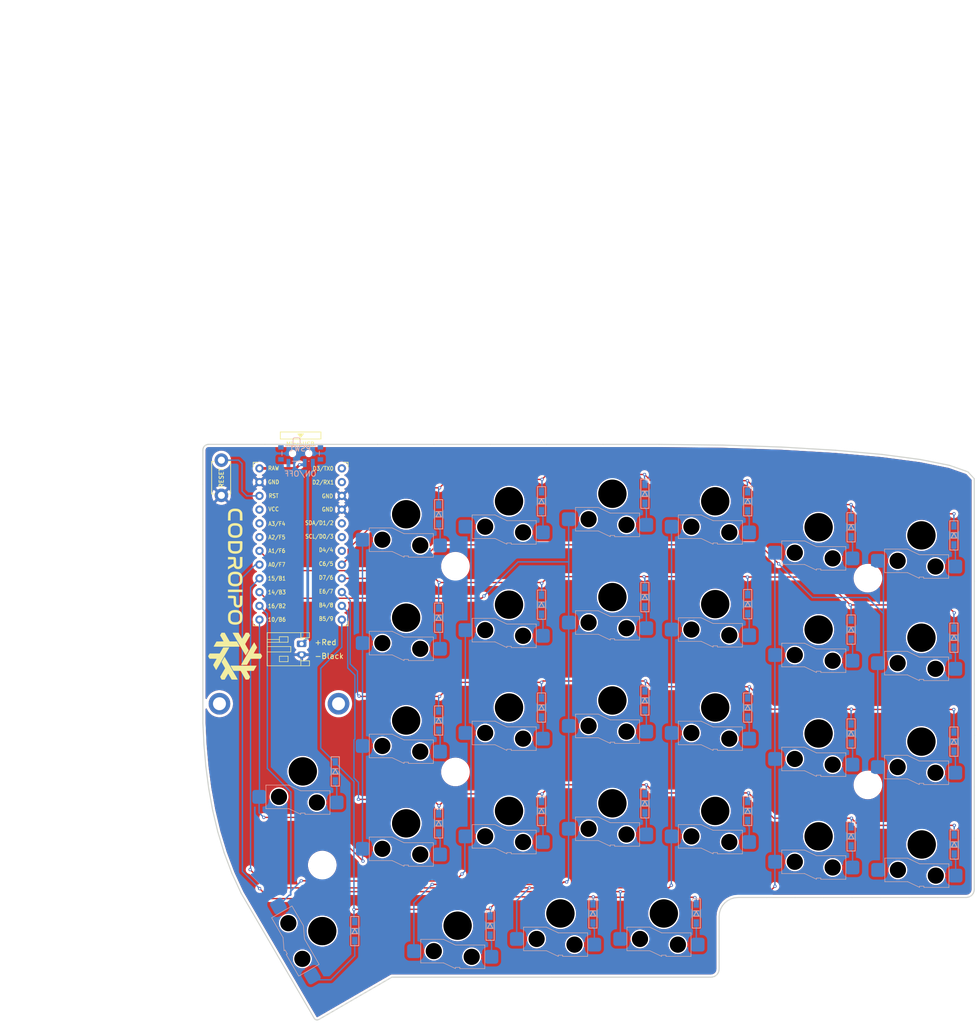
<source format=kicad_pcb>
(kicad_pcb (version 20221018) (generator pcbnew)
  (layers (0 "F.Cu" signal) (31 "B.Cu" signal) (34 "B.Paste" user) (35 "F.Paste" user) (36 "B.SilkS" user "B.Silkscreen") (37 "F.SilkS" user "F.Silkscreen") (38 "B.Mask" user) (39 "F.Mask" user) (44 "Edge.Cuts" user))
  (net 0 "")
  (net 1 "Net-(D1-A)")
  (net 2 "row4")
  (net 3 "Net-(D2-A)")
  (net 4 "Net-(D3-A)")
  (net 5 "row0")
  (net 6 "Net-(D4-A)")
  (net 7 "row1")
  (net 8 "Net-(D5-A)")
  (net 9 "row2")
  (net 10 "Net-(D6-A)")
  (net 11 "row3")
  (net 12 "Net-(D7-A)")
  (net 13 "Net-(D8-A)")
  (net 14 "Net-(D9-A)")
  (net 15 "Net-(D10-A)")
  (net 16 "Net-(D11-A)")
  (net 17 "Net-(D12-A)")
  (net 18 "Net-(D13-A)")
  (net 19 "Net-(D14-A)")
  (net 20 "Net-(D15-A)")
  (net 21 "Net-(D16-A)")
  (net 22 "Net-(D17-A)")
  (net 23 "Net-(D18-A)")
  (net 24 "Net-(D19-A)")
  (net 25 "Net-(D20-A)")
  (net 26 "Net-(D21-A)")
  (net 27 "Net-(D22-A)")
  (net 28 "Net-(D23-A)")
  (net 29 "Net-(D24-A)")
  (net 30 "Net-(D25-A)")
  (net 31 "Net-(D26-A)")
  (net 32 "Net-(D27-A)")
  (net 33 "Net-(D28-A)")
  (net 34 "VCC")
  (net 35 "GND")
  (net 36 "col0")
  (net 37 "col1")
  (net 38 "col2")
  (net 39 "col3")
  (net 40 "col4")
  (net 41 "col5")
  (net 42 "SDA")
  (net 43 "SCL")
  (net 44 "RESET")
  (net 45 "Net-(D29-A)")
  (net 46 "DATA")
  (net 48 "+BATT")
  (net 52 "raw")
  (net 53 "CS")
  (footprint "Lily58-footprint:HOLE_M2_TH" (layer "F.Cu") (at 129.6 59.6)
    (fp_text reference "TH3" hide)
    (fp_text value "HOLE" hide)
  )
  (footprint "Lily58-footprint:HOLE_M2_TH" (layer "F.Cu") (at 205.8 61.8)
    (fp_text reference "TH4" hide)
    (fp_text value "HOLE" hide)
  )
  (footprint "Lily58-footprint:HOLE_M2_TH" (layer "F.Cu") (at 129.6 97.6)
    (fp_text reference "TH5" hide)
    (fp_text value "HOLE" hide)
  )
  (footprint "Lily58-footprint:HOLE_M2_TH" (layer "F.Cu") (at 205.8 100)
    (fp_text reference "TH6" hide)
    (fp_text value "HOLE" hide)
  )
  (footprint "Lily58-footprint:HOLE_M2_TH" (layer "F.Cu") (at 105 114.8 90)
    (fp_text reference "TH7" hide)
    (fp_text value "HOLE" hide)
  )
  (footprint "kbd:ProMicro_v3" (layer "F.Cu") (at 101 56)
    (fp_text reference "U1" hide)
    (fp_text value "ProMicro" hide)
  )
  (footprint "Lily58-footprint:TACT_SWITCH_TVBP06" (layer "F.Cu") (at 86.36 43.255 90)
    (fp_text reference "RSW1" hide)
    (fp_text value "SW_RST" hide)
  )
  (footprint "beekeeb-lib:SW_Gateron_LowProfile_HotSwap" (layer "F.Cu") (at 120.5 50)
    (fp_text reference "SW1" hide)
    (fp_text value "SW_PUSH" hide)
  )
  (footprint "beekeeb-lib:SW_Gateron_LowProfile_HotSwap" (layer "F.Cu") (at 139.5 47.6)
    (fp_text reference "SW2" hide)
    (fp_text value "SW_PUSH" hide)
  )
  (footprint "beekeeb-lib:SW_Gateron_LowProfile_HotSwap" (layer "F.Cu") (at 158.6 46.21)
    (fp_text reference "SW3" hide)
    (fp_text value "SW_PUSH" hide)
  )
  (footprint "beekeeb-lib:SW_Gateron_LowProfile_HotSwap" (layer "F.Cu") (at 177.6 47.6)
    (fp_text reference "SW4" hide)
    (fp_text value "SW_PUSH" hide)
  )
  (footprint "beekeeb-lib:SW_Gateron_LowProfile_HotSwap" (layer "F.Cu") (at 196.7 52.4)
    (fp_text reference "SW5" hide)
    (fp_text value "SW_PUSH" hide)
  )
  (footprint "beekeeb-lib:SW_Gateron_LowProfile_HotSwap" (layer "F.Cu") (at 215.7 53.9)
    (fp_text reference "SW6" hide)
    (fp_text value "SW_PUSH" hide)
  )
  (footprint "beekeeb-lib:SW_Gateron_LowProfile_HotSwap" (layer "F.Cu") (at 120.5 69.1)
    (fp_text reference "SW7" hide)
    (fp_text value "SW_PUSH" hide)
  )
  (footprint "beekeeb-lib:SW_Gateron_LowProfile_HotSwap" (layer "F.Cu") (at 139.5 66.7)
    (fp_text reference "SW8" hide)
    (fp_text value "SW_PUSH" hide)
  )
  (footprint "beekeeb-lib:SW_Gateron_LowProfile_HotSwap" (layer "F.Cu") (at 158.6 65.3)
    (fp_text reference "SW9" hide)
    (fp_text value "SW_PUSH" hide)
  )
  (footprint "beekeeb-lib:SW_Gateron_LowProfile_HotSwap" (layer "F.Cu") (at 177.6 66.6)
    (fp_text reference "SW10" hide)
    (fp_text value "SW_PUSH" hide)
  )
  (footprint "beekeeb-lib:SW_Gateron_LowProfile_HotSwap" (layer "F.Cu") (at 196.7 71.3)
    (fp_text reference "SW11" hide)
    (fp_text value "SW_PUSH" hide)
  )
  (footprint "beekeeb-lib:SW_Gateron_LowProfile_HotSwap" (layer "F.Cu") (at 215.7 72.8)
    (fp_text reference "SW12" hide)
    (fp_text value "SW_PUSH" hide)
  )
  (footprint "beekeeb-lib:SW_Gateron_LowProfile_HotSwap" (layer "F.Cu") (at 120.5 88.1)
    (fp_text reference "SW13" hide)
    (fp_text value "SW_PUSH" hide)
  )
  (footprint "beekeeb-lib:SW_Gateron_LowProfile_HotSwap" (layer "F.Cu") (at 139.5 85.7)
    (fp_text reference "SW14" hide)
    (fp_text value "SW_PUSH" hide)
  )
  (footprint "beekeeb-lib:SW_Gateron_LowProfile_HotSwap" (layer "F.Cu") (at 158.6 84.4)
    (fp_text reference "SW15" hide)
    (fp_text value "SW_PUSH" hide)
  )
  (footprint "beekeeb-lib:SW_Gateron_LowProfile_HotSwap" (layer "F.Cu") (at 177.6 85.7)
    (fp_text reference "SW16" hide)
    (fp_text value "SW_PUSH" hide)
  )
  (footprint "beekeeb-lib:SW_Gateron_LowProfile_HotSwap" (layer "F.Cu") (at 196.7 90.5)
    (fp_text reference "SW17" hide)
    (fp_text value "SW_PUSH" hide)
  )
  (footprint "beekeeb-lib:SW_Gateron_LowProfile_HotSwap" (layer "F.Cu") (at 215.7 92)
    (fp_text reference "SW18" hide)
    (fp_text value "SW_PUSH" hide)
  )
  (footprint "beekeeb-lib:SW_Gateron_LowProfile_HotSwap" (layer "F.Cu") (at 120.5 107.1)
    (fp_text reference "SW19" hide)
    (fp_text value "SW_PUSH" hide)
  )
  (footprint "beekeeb-lib:SW_Gateron_LowProfile_HotSwap" (layer "F.Cu") (at 139.5 104.8)
    (fp_text reference "SW20" hide)
    (fp_text value "SW_PUSH" hide)
  )
  (footprint "beekeeb-lib:SW_Gateron_LowProfile_HotSwap" (layer "F.Cu") (at 158.6 103.4)
    (fp_text reference "SW21" hide)
    (fp_text value "SW_PUSH" hide)
  )
  (footprint "beekeeb-lib:SW_Gateron_LowProfile_HotSwap" (layer "F.Cu") (at 177.6 104.8)
    (fp_text reference "SW22" hide)
    (fp_text value "SW_PUSH" hide)
  )
  (footprint "beekeeb-lib:SW_Gateron_LowProfile_HotSwap" (layer "F.Cu") (at 196.7 109.5)
    (fp_text reference "SW23" hide)
    (fp_text value "SW_PUSH" hide)
  )
  (footprint "beekeeb-lib:SW_Gateron_LowProfile_HotSwap" (layer "F.Cu") (at 215.75 111)
    (fp_text reference "SW24" hide)
    (fp_text value "SW_PUSH" hide)
  )
  (footprint "beekeeb-lib:SW_Gateron_LowProfile_HotSwap" (layer "F.Cu") (at 101.4 97.5)
    (fp_text reference "SW25" hide)
    (fp_text value "SW_PUSH" hide)
  )
  (footprint "beekeeb-lib:SW_Gateron_LowProfile_HotSwap" (layer "F.Cu") (at 105 127 -60)
    (fp_text reference "SW26" hide)
    (fp_text value "SW_PUSH" hide)
  )
  (footprint "beekeeb-lib:SW_Gateron_LowProfile_HotSwap" (layer "F.Cu") (at 130 126)
    (fp_text reference "SW27" hide)
    (fp_text value "SW_PUSH" hide)
  )
  (footprint "beekeeb-lib:SW_Gateron_LowProfile_HotSwap" (layer "F.Cu") (at 149 123.75)
    (fp_text reference "SW28" hide)
    (fp_text value "SW_PUSH" hide)
  )
  (footprint "beekeeb-lib:SW_Gateron_LowProfile_HotSwap" (layer "F.Cu") (at 168.1 123.75)
    (fp_text reference "SW29" hide)
    (fp_text value "SW_PUSH" hide)
  )
  (footprint "Lily58-footprint:M2_HOLE_PCB" (layer "F.Cu") (at 86 85)
    (fp_text reference "TH1" hide)
    (fp_text value "HOLE")
  )
  (footprint "Lily58-footprint:M2_HOLE_PCB" (layer "F.Cu") (at 108 85)
    (fp_text reference "TH2" hide)
    (fp_text value "HOLE")
  )
  (footprint "LOGO" (layer "F.Cu") (at 88.9 59.69 -90)
    (fp_text reference "G***" hide)
    (fp_text value "LOGO" hide)
  )
  (footprint "Connector_JST:JST_PH_S2B-PH-K_1x02_P2.00mm_Horizontal" (layer "F.Cu") (at 101.1798 73.93 -90)
    (fp_text reference "BATJ1" hide)
    (fp_text value "Conn_01x02_Female")
  )
  (footprint "LOGO" (layer "F.Cu") (at 88.9 76.2)
    (fp_text reference "G***" hide)
    (fp_text value "LOGO" hide)
  )
  (footprint "kbd:D3_SMD_v2" (layer "B.Cu") (at 126.5 50 -90)
    (fp_text reference "D1" hide)
    (fp_text value "D" hide)
  )
  (footprint "kbd:D3_SMD_v2" (layer "B.Cu") (at 145.5 47.6 -90)
    (fp_text reference "D2" hide)
    (fp_text value "D" hide)
  )
  (footprint "kbd:D3_SMD_v2" (layer "B.Cu") (at 164.6 46.21 -90)
    (fp_text reference "D3" hide)
    (fp_text value "D" hide)
  )
  (footprint "kbd:D3_SMD_v2" (layer "B.Cu") (at 183.6 47.6 -90)
    (fp_text reference "D4" hide)
    (fp_text value "D" hide)
  )
  (footprint "kbd:D3_SMD_v2" (layer "B.Cu") (at 202.7 52.4 -90)
    (fp_text reference "D5" hide)
    (fp_text value "D" hide)
  )
  (footprint "kbd:D3_SMD_v2" (layer "B.Cu") (at 221.7 53.9 -90)
    (fp_text reference "D6" hide)
    (fp_text value "D" hide)
  )
  (footprint "kbd:D3_SMD_v2" (layer "B.Cu") (at 126.5 69.1 -90)
    (fp_text reference "D7" hide)
    (fp_text value "D" hide)
  )
  (footprint "kbd:D3_SMD_v2" (layer "B.Cu") (at 145.5 66.7 -90)
    (fp_text reference "D8" hide)
    (fp_text value "D" hide)
  )
  (footprint "kbd:D3_SMD_v2" (layer "B.Cu") (at 164.6 65.3 -90)
    (fp_text reference "D9" hide)
    (fp_text value "D" hide)
  )
  (footprint "kbd:D3_SMD_v2" (layer "B.Cu") (at 183.6 66.6 -90)
    (fp_text reference "D10" hide)
    (fp_text value "D" hide)
  )
  (footprint "kbd:D3_SMD_v2" (layer "B.Cu") (at 202.7 71.3 -90)
    (fp_text reference "D11" hide)
    (fp_text value "D" hide)
  )
  (footprint "kbd:D3_SMD_v2" (layer "B.Cu") (at 221.7 72.8 -90)
    (fp_text reference "D12" hide)
    (fp_text value "D" hide)
  )
  (footprint "kbd:D3_SMD_v2" (layer "B.Cu") (at 126.5 88.1 -90)
    (fp_text reference "D13" hide)
    (fp_text value "D" hide)
  )
  (footprint "kbd:D3_SMD_v2" (layer "B.Cu") (at 145.5 85.7 -90)
    (fp_text reference "D14" hide)
    (fp_text value "D" hide)
  )
  (footprint "kbd:D3_SMD_v2" (layer "B.Cu") (at 164.6 84.4 -90)
    (fp_text reference "D15" hide)
    (fp_text value "D" hide)
  )
  (footprint "kbd:D3_SMD_v2" (layer "B.Cu") (at 183.6 85.7 -90)
    (fp_text reference "D16" hide)
    (fp_text value "D" hide)
  )
  (footprint "kbd:D3_SMD_v2" (layer "B.Cu") (at 202.7 90.5 -90)
    (fp_text reference "D17" hide)
    (fp_text value "D" hide)
  )
  (footprint "kbd:D3_SMD_v2" (layer "B.Cu") (at 221.7 92 -90)
    (fp_text reference "D18" hide)
    (fp_text value "D" hide)
  )
  (footprint "kbd:D3_SMD_v2" (layer "B.Cu") (at 126.5 107.1 -90)
    (fp_text reference "D19" hide)
    (fp_text value "D" hide)
  )
  (footprint "kbd:D3_SMD_v2" (layer "B.Cu") (at 145.5 104.8 -90)
    (fp_text reference "D20" hide)
    (fp_text value "D" hide)
  )
  (footprint "kbd:D3_SMD_v2" (layer "B.Cu") (at 164.6 103.4 -90)
    (fp_text reference "D21" hide)
    (fp_text value "D" hide)
  )
  (footprint "kbd:D3_SMD_v2" (layer "B.Cu") (at 183.6 104.8 -90)
    (fp_text reference "D22" hide)
    (fp_text value "D" hide)
  )
  (footprint "kbd:D3_SMD_v2" (layer "B.Cu") (at 202.7 109.5 -90)
    (fp_text reference "D23" hide)
    (fp_text value "D" hide)
  )
  (footprint "kbd:D3_SMD_v2" (layer "B.Cu") (at 221.75 111 -90)
    (fp_text reference "D24" hide)
    (fp_text value "D" hide)
  )
  (footprint "kbd:D3_SMD_v2" (layer "B.Cu") (at 107.4 97.5 -90)
    (fp_text reference "D25" hide)
    (fp_text value "D" hide)
  )
  (footprint "kbd:D3_SMD_v2" (layer "B.Cu") (at 111 127 -90)
    (fp_text reference "D26" hide)
    (fp_text value "D" hide)
  )
  (footprint "kbd:D3_SMD_v2" (layer "B.Cu") (at 136 126 -90)
    (fp_text reference "D27" hide)
    (fp_text value "D" hide)
  )
  (footprint "kbd:D3_SMD_v2" (layer "B.Cu") (at 155 123.75 -90)
    (fp_text reference "D28" hide)
    (fp_text value "D" hide)
  )
  (footprint "kbd:D3_SMD_v2" (layer "B.Cu") (at 174.1 123.75 -90)
    (fp_text reference "D29" hide)
    (fp_text value "D" hide)
  )
  (footprint "Button_Switch_SMD:SW_SPDT_PCM12" (layer "B.Cu") (at 101 39.083)
    (fp_text reference "PSW1")
    (fp_text value "SW_SPST")
  )
  (gr_line (start 94.396044 37.086762) (end 83.98821 37.086762) (stroke (width 0.2)) (layer "Edge.Cuts"))
  (gr_line (start 224.262495 120.759288) (end 223.959999 120.789735) (stroke (width 0.2)) (layer "Edge.Cuts"))
  (gr_line (start 109.483841 140.36134) (end 111.159536 139.391201) (stroke (width 0.2)) (layer "Edge.Cuts"))
  (gr_line (start 83.776462 37.108075) (end 83.98821 37.086762) (stroke (width 0.2)) (layer "Edge.Cuts"))
  (gr_line (start 178.319348 131.597973) (end 178.319348 132.816013) (stroke (width 0.2)) (layer "Edge.Cuts"))
  (gr_line (start 111.159536 139.391201) (end 112.83523 138.421062) (stroke (width 0.2)) (layer "Edge.Cuts"))
  (gr_line (start 178.319348 126.725814) (end 178.319348 127.943854) (stroke (width 0.2)) (layer "Edge.Cuts"))
  (gr_line (start 89.992869 119.988423) (end 91.668563 122.854742) (stroke (width 0.2)) (layer "Edge.Cuts"))
  (gr_line (start 187.086929 120.789735) (end 192.354511 120.789735) (stroke (width 0.2)) (layer "Edge.Cuts"))
  (gr_line (start 83.24557 37.394123) (end 83.400937 37.265961) (stroke (width 0.2)) (layer "Edge.Cuts"))
  (gr_line (start 197.622092 120.789735) (end 202.889673 120.789735) (stroke (width 0.2)) (layer "Edge.Cuts"))
  (gr_line (start 189.919538 37.585374) (end 178.989563 37.215654) (stroke (width 0.2)) (layer "Edge.Cuts"))
  (gr_line (start 104.288864 143.357278) (end 104.456758 143.271756) (stroke (width 0.2)) (layer "Edge.Cuts"))
  (gr_line (start 82.937528 82.285296) (end 82.937528 75.978362) (stroke (width 0.2)) (layer "Edge.Cuts"))
  (gr_line (start 146.435213 37.086762) (end 136.027379 37.086762) (stroke (width 0.2)) (layer "Edge.Cuts"))
  (gr_line (start 181.113524 120.860778) (end 181.819348 120.789735) (stroke (width 0.2)) (layer "Edge.Cuts"))
  (gr_line (start 104.130206 143.404468) (end 104.288864 143.357278) (stroke (width 0.2)) (layer "Edge.Cuts"))
  (gr_line (start 225.46 43.436755) (end 224.278471 42.15619) (stroke (width 0.2)) (layer "Edge.Cuts"))
  (gr_line (start 180.456326 121.064561) (end 181.113524 120.860778) (stroke (width 0.2)) (layer "Edge.Cuts"))
  (gr_line (start 179.861773 121.387065) (end 180.456326 121.064561) (stroke (width 0.2)) (layer "Edge.Cuts"))
  (gr_line (start 106.132452 142.301617) (end 107.808147 141.331479) (stroke (width 0.2)) (layer "Edge.Cuts"))
  (gr_line (start 117.863173 135.511658) (end 125.232695 135.511658) (stroke (width 0.2)) (layer "Edge.Cuts"))
  (gr_line (start 83.117409 37.549489) (end 83.24557 37.394123) (stroke (width 0.2)) (layer "Edge.Cuts"))
  (gr_line (start 225.020912 120.350648) (end 224.79896 120.533736) (stroke (width 0.2)) (layer "Edge.Cuts"))
  (gr_line (start 178.319348 134.011658) (end 178.288901 134.314154) (stroke (width 0.2)) (layer "Edge.Cuts"))
  (gr_line (start 83.579303 37.16921) (end 83.776462 37.108075) (stroke (width 0.2)) (layer "Edge.Cuts"))
  (gr_line (start 147.34126 135.511658) (end 154.710782 135.511658) (stroke (width 0.2)) (layer "Edge.Cuts"))
  (gr_line (start 213.424836 120.789735) (end 218.692418 120.789735) (stroke (width 0.2)) (layer "Edge.Cuts"))
  (gr_line (start 225.46 109.808112) (end 225.46 119.289735) (stroke (width 0.2)) (layer "Edge.Cuts"))
  (gr_line (start 224.544152 120.671952) (end 224.262495 120.759288) (stroke (width 0.2)) (layer "Edge.Cuts"))
  (gr_line (start 91.668563 122.854742) (end 93.344258 125.721062) (stroke (width 0.2)) (layer "Edge.Cuts"))
  (gr_line (start 225.459999 119.289735) (end 225.429552 119.592231) (stroke (width 0.2)) (layer "Edge.Cuts"))
  (gr_line (start 224.278471 42.15619) (end 220.889319 40.963847) (stroke (width 0.2)) (layer "Edge.Cuts"))
  (gr_line (start 225.46 52.918378) (end 225.46 62.4) (stroke (width 0.2)) (layer "Edge.Cuts"))
  (gr_line (start 177.4035 135.393876) (end 177.121844 135.481211) (stroke (width 0.2)) (layer "Edge.Cuts"))
  (gr_line (start 82.937528 44.443695) (end 82.937528 38.136762) (stroke (width 0.2)) (layer "Edge.Cuts"))
  (gr_line (start 125.619545 37.086762) (end 115.211711 37.086762) (stroke (width 0.2)) (layer "Edge.Cuts"))
  (gr_line (start 178.288901 134.314154) (end 178.201565 134.59581) (stroke (width 0.2)) (layer "Edge.Cuts"))
  (gr_line (start 167.250881 37.086762) (end 156.843047 37.086762) (stroke (width 0.2)) (layer "Edge.Cuts"))
  (gr_line (start 177.880261 135.072571) (end 177.658308 135.25566) (stroke (width 0.2)) (layer "Edge.Cuts"))
  (gr_line (start 169.449826 135.511658) (end 176.819348 135.511658) (stroke (width 0.2)) (layer "Edge.Cuts"))
  (gr_line (start 136.027379 37.086762) (end 125.619545 37.086762) (stroke (width 0.2)) (layer "Edge.Cuts"))
  (gr_line (start 156.843047 37.086762) (end 146.435213 37.086762) (stroke (width 0.2)) (layer "Edge.Cuts"))
  (gr_line (start 178.201565 134.59581) (end 178.063349 134.850619) (stroke (width 0.2)) (layer "Edge.Cuts"))
  (gr_line (start 107.808147 141.331479) (end 109.483841 140.36134) (stroke (width 0.2)) (layer "Edge.Cuts"))
  (gr_line (start 83.490297 96.657663) (end 84.020972 100.690825) (stroke (width 0.2)) (layer "Edge.Cuts"))
  (gr_line (start 215.525697 39.885159) (end 208.420758 38.945561) (stroke (width 0.2)) (layer "Edge.Cuts"))
  (gr_line (start 114.510925 137.450923) (end 116.186619 136.480784) (stroke (width 0.2)) (layer "Edge.Cuts"))
  (gr_line (start 82.937528 63.364495) (end 82.937528 57.057562) (stroke (width 0.2)) (layer "Edge.Cuts"))
  (gr_line (start 181.819348 120.789735) (end 187.086929 120.789735) (stroke (width 0.2)) (layer "Edge.Cuts"))
  (gr_line (start 178.319348 132.816013) (end 178.319348 134.011658) (stroke (width 0.2)) (layer "Edge.Cuts"))
  (gr_line (start 225.46 43.436755) (end 225.46 52.918378) (stroke (width 0.2)) (layer "Edge.Cuts"))
  (gr_line (start 115.211711 37.086762) (end 104.803877 37.086762) (stroke (width 0.2)) (layer "Edge.Cuts"))
  (gr_line (start 225.46 71.881623) (end 225.46 81.363245) (stroke (width 0.2)) (layer "Edge.Cuts"))
  (gr_line (start 112.83523 138.421062) (end 114.510925 137.450923) (stroke (width 0.2)) (layer "Edge.Cuts"))
  (gr_line (start 178.916678 122.33216) (end 179.343884 121.814271) (stroke (width 0.2)) (layer "Edge.Cuts"))
  (gr_line (start 82.937528 75.978362) (end 82.937528 69.671429) (stroke (width 0.2)) (layer "Edge.Cuts"))
  (gr_line (start 225.429552 119.592231) (end 225.342217 119.873887) (stroke (width 0.2)) (layer "Edge.Cuts"))
  (gr_line (start 83.020657 37.727855) (end 83.117409 37.549489) (stroke (width 0.2)) (layer "Edge.Cuts"))
  (gr_line (start 95.019952 128.587381) (end 96.695647 131.453701) (stroke (width 0.2)) (layer "Edge.Cuts"))
  (gr_line (start 98.371341 134.32002) (end 100.047036 137.18634) (stroke (width 0.2)) (layer "Edge.Cuts"))
  (gr_line (start 104.803877 37.086762) (end 94.396044 37.086762) (stroke (width 0.2)) (layer "Edge.Cuts"))
  (gr_line (start 139.971738 135.511658) (end 147.34126 135.511658) (stroke (width 0.2)) (layer "Edge.Cuts"))
  (gr_line (start 178.390391 123.583911) (end 178.594174 122.926713) (stroke (width 0.2)) (layer "Edge.Cuts"))
  (gr_line (start 225.46 62.4) (end 225.46 71.881623) (stroke (width 0.2)) (layer "Edge.Cuts"))
  (gr_line (start 178.063349 134.850619) (end 177.880261 135.072571) (stroke (width 0.2)) (layer "Edge.Cuts"))
  (gr_line (start 93.344258 125.721062) (end 95.019952 128.587381) (stroke (width 0.2)) (layer "Edge.Cuts"))
  (gr_line (start 178.319348 124.289735) (end 178.319348 125.507775) (stroke (width 0.2)) (layer "Edge.Cuts"))
  (gr_line (start 84.747083 104.695246) (end 85.688004 108.649127) (stroke (width 0.2)) (layer "Edge.Cuts"))
  (gr_line (start 224.79896 120.533736) (end 224.544152 120.671952) (stroke (width 0.2)) (layer "Edge.Cuts"))
  (gr_line (start 202.889673 120.789735) (end 208.157255 120.789735) (stroke (width 0.2)) (layer "Edge.Cuts"))
  (gr_line (start 178.319348 129.161894) (end 178.319348 130.379933) (stroke (width 0.2)) (layer "Edge.Cuts"))
  (gr_line (start 103.84247 143.386445) (end 103.981252 143.413974) (stroke (width 0.2)) (layer "Edge.Cuts"))
  (gr_line (start 208.420758 38.945561) (end 199.807654 38.170488) (stroke (width 0.2)) (layer "Edge.Cuts"))
  (gr_line (start 225.204001 120.128696) (end 225.020912 120.350648) (stroke (width 0.2)) (layer "Edge.Cuts"))
  (gr_line (start 103.491837 143.08815) (end 103.597295 143.222884) (stroke (width 0.2)) (layer "Edge.Cuts"))
  (gr_line (start 83.400937 37.265961) (end 83.579303 37.16921) (stroke (width 0.2)) (layer "Edge.Cuts"))
  (gr_line (start 162.080304 135.511658) (end 169.449826 135.511658) (stroke (width 0.2)) (layer "Edge.Cuts"))
  (gr_line (start 104.456758 143.271756) (end 106.132452 142.301617) (stroke (width 0.2)) (layer "Edge.Cuts"))
  (gr_line (start 199.807654 38.170488) (end 189.919538 37.585374) (stroke (width 0.2)) (layer "Edge.Cuts"))
  (gr_line (start 225.342217 119.873887) (end 225.204001 120.128696) (stroke (width 0.2)) (layer "Edge.Cuts"))
  (gr_line (start 84.020972 100.690825) (end 84.747083 104.695246) (stroke (width 0.2)) (layer "Edge.Cuts"))
  (gr_line (start 218.692418 120.789735) (end 223.959999 120.789735) (stroke (width 0.2)) (layer "Edge.Cuts"))
  (gr_line (start 100.047036 137.18634) (end 101.72273 140.052659) (stroke (width 0.2)) (layer "Edge.Cuts"))
  (gr_line (start 116.186619 136.480784) (end 117.862313 135.510645) (stroke (width 0.2)) (layer "Edge.Cuts"))
  (gr_line (start 220.889319 40.963847) (end 215.525697 39.885159) (stroke (width 0.2)) (layer "Edge.Cuts"))
  (gr_line (start 96.695647 131.453701) (end 98.371341 134.32002) (stroke (width 0.2)) (layer "Edge.Cuts"))
  (gr_line (start 225.46 81.363245) (end 225.46 90.844867) (stroke (width 0.2)) (layer "Edge.Cuts"))
  (gr_line (start 178.319348 125.507775) (end 178.319348 126.725814) (stroke (width 0.2)) (layer "Edge.Cuts"))
  (gr_line (start 82.959523 37.925015) (end 83.020657 37.727855) (stroke (width 0.2)) (layer "Edge.Cuts"))
  (gr_line (start 85.688004 108.649127) (end 86.863105 112.53067) (stroke (width 0.2)) (layer "Edge.Cuts"))
  (gr_line (start 178.594174 122.926713) (end 178.916678 122.33216) (stroke (width 0.2)) (layer "Edge.Cuts"))
  (gr_line (start 192.354511 120.789735) (end 197.622092 120.789735) (stroke (width 0.2)) (layer "Edge.Cuts"))
  (gr_line (start 103.398425 142.918979) (end 103.491837 143.08815) (stroke (width 0.2)) (layer "Edge.Cuts"))
  (gr_line (start 82.93821 38.136762) (end 82.959523 37.925015) (stroke (width 0.2)) (layer "Edge.Cuts"))
  (gr_line (start 88.291758 116.318073) (end 89.993333 119.98954) (stroke (width 0.2)) (layer "Edge.Cuts"))
  (gr_line (start 83.13569 92.617561) (end 83.490297 96.657663) (stroke (width 0.2)) (layer "Edge.Cuts"))
  (gr_line (start 178.319348 124.289735) (end 178.390391 123.583911) (stroke (width 0.2)) (layer "Edge.Cuts"))
  (gr_line (start 177.658308 135.25566) (end 177.4035 135.393876) (stroke (width 0.2)) (layer "Edge.Cuts"))
  (gr_line (start 82.937528 69.671429) (end 82.937528 63.364495) (stroke (width 0.2)) (layer "Edge.Cuts"))
  (gr_line (start 82.937528 57.057562) (end 82.937528 50.750629) (stroke (width 0.2)) (layer "Edge.Cuts"))
  (gr_line (start 101.72273 140.052659) (end 103.398425 142.918979) (stroke (width 0.2)) (layer "Edge.Cuts"))
  (gr_line (start 103.597295 143.222884) (end 103.714328 143.322532) (stroke (width 0.2)) (layer "Edge.Cuts"))
  (gr_line (start 178.319348 127.943854) (end 178.319348 129.161894) (stroke (width 0.2)) (layer "Edge.Cuts"))
  (gr_line (start 225.46 100.32649) (end 225.46 109.808112) (stroke (width 0.2)) (layer "Edge.Cuts"))
  (gr_line (start 82.937528 88.592229) (end 82.937528 82.285296) (stroke (width 0.2)) (layer "Edge.Cuts"))
  (gr_line (start 178.319348 130.379933) (end 178.319348 131.597973) (stroke (width 0.2)) (layer "Edge.Cuts"))
  (gr_line (start 103.714328 143.322532) (end 103.84247 143.386445) (stroke (width 0.2)) (layer "Edge.Cuts"))
  (gr_line (start 178.989563 37.215654) (end 167.250881 37.086762) (stroke (width 0.2)) (layer "Edge.Cuts"))
  (gr_line (start 82.937528 50.750629) (end 82.937528 44.443695) (stroke (width 0.2)) (layer "Edge.Cuts"))
  (gr_line (start 179.343884 121.814271) (end 179.861773 121.387065) (stroke (width 0.2)) (layer "Edge.Cuts"))
  (gr_line (start 208.157255 120.789735) (end 213.424836 120.789735) (stroke (width 0.2)) (layer "Edge.Cuts"))
  (gr_line (start 132.602217 135.511658) (end 139.971738 135.511658) (stroke (width 0.2)) (layer "Edge.Cuts"))
  (gr_line (start 154.710782 135.511658) (end 162.080304 135.511658) (stroke (width 0.2)) (layer "Edge.Cuts"))
  (gr_line (start 125.232695 135.511658) (end 132.602217 135.511658) (stroke (width 0.2)) (layer "Edge.Cuts"))
  (gr_line (start 225.46 90.844867) (end 225.46 100.32649) (stroke (width 0.2)) (layer "Edge.Cuts"))
  (gr_line (start 177.121844 135.481211) (end 176.819348 135.511658) (stroke (width 0.2)) (layer "Edge.Cuts"))
  (gr_line (start 82.937777 88.592317) (end 83.13569 92.617561) (stroke (width 0.2)) (layer "Edge.Cuts"))
  (gr_line (start 103.981252 143.413974) (end 104.130206 143.404468) (stroke (width 0.2)) (layer "Edge.Cuts"))
  (gr_line (start 86.863105 112.53067) (end 88.291758 116.318073) (stroke (width 0.2)) (layer "Edge.Cuts"))
  (gr_text "ON/OFF" (at 103.9876 42.5196) (layer "B.SilkS") (effects (font (size 1 1)) (justify left mirror)))
  (gr_text "-Black" (at 103.505 76.2) (layer "F.SilkS") (effects (font (size 1 1)) (justify left)))
  (gr_text "+Red" (at 103.505 73.66) (layer "F.SilkS") (effects (font (size 1 1)) (justify left)))
  (segment (start 126.775 52.9019) (end 126.775 55.75) (width 0.25) (layer "B.Cu") (net 1))
  (segment (start 126.5 51.6) (end 126.5 52.6269) (width 0.25) (layer "B.Cu") (net 1))
  (segment (start 126.5 52.6269) (end 126.775 52.9019) (width 0.25) (layer "B.Cu") (net 1))
  (segment (start 155.142 120.75) (end 155.067 120.675) (width 0.25) (layer "F.Cu") (net 2))
  (segment (start 138.125 120.675) (end 136.068 122.733) (width 0.25) (layer "F.Cu") (net 2))
  (segment (start 136.068 122.733) (end 135.824 122.977) (width 0.25) (layer "F.Cu") (net 2))
  (segment (start 173.785 120.75) (end 155.142 120.75) (width 0.25) (layer "F.Cu") (net 2))
  (segment (start 110.885 122.977) (end 110.85 123.012) (width 0.25) (layer "F.Cu") (net 2))
  (segment (start 155.067 120.675) (end 138.125 120.675) (width 0.25) (layer "F.Cu") (net 2))
  (segment (start 135.824 122.977) (end 110.885 122.977) (width 0.25) (layer "F.Cu") (net 2))
  (segment (start 173.838 120.802) (end 173.785 120.75) (width 0.25) (layer "F.Cu") (net 2))
  (via (at 110.85 123.012) (size 0.6) (drill 0.3) (layers "F.Cu" "B.Cu") (net 2))
  (via (at 136.068 122.733) (size 0.6) (drill 0.3) (layers "F.Cu" "B.Cu") (net 2))
  (via (at 155.067 120.675) (size 0.6) (drill 0.3) (layers "F.Cu" "B.Cu") (net 2))
  (via (at 173.838 120.802) (size 0.6) (drill 0.3) (layers "F.Cu" "B.Cu") (net 2))
  (segment (start 108.611 71.5364) (end 108.6114 71.536) (width 0.25) (layer "B.Cu") (net 2))
  (segment (start 174.1 121.065) (end 173.838 120.802) (width 0.25) (layer "B.Cu") (net 2))
  (segment (start 104.724 93.2242) (end 104.724 78.4352) (width 0.25) (layer "B.Cu") (net 2))
  (segment (start 110.85 99.35) (end 107.4 95.9) (width 0.25) (layer "B.Cu") (net 2))
  (segment (start 110.85 125.25) (end 110.85 123.012) (width 0.25) (layer "B.Cu") (net 2))
  (segment (start 155.067 120.675) (end 155.067 122.083) (width 0.25) (layer "B.Cu") (net 2))
  (segment (start 108.611 71.5364) (end 108.611 69.462) (width 0.25) (layer "B.Cu") (net 2))
  (segment (start 110.85 123.012) (end 110.85 99.35) (width 0.25) (layer "B.Cu") (net 2))
  (segment (start 174.1 122.15) (end 174.1 121.065) (width 0.25) (layer "B.Cu") (net 2))
  (segment (start 111 125.4) (end 110.85 125.25) (width 0.25) (layer "B.Cu") (net 2))
  (segment (start 155.067 122.083) (end 155 122.15) (width 0.25) (layer "B.Cu") (net 2))
  (segment (start 136.068 124.332) (end 136 124.4) (width 0.25) (layer "B.Cu") (net 2))
  (segment (start 107.4 95.9) (end 104.724 93.2242) (width 0.25) (layer "B.Cu") (net 2))
  (segment (start 136.068 122.733) (end 136.068 124.332) (width 0.25) (layer "B.Cu") (net 2))
  (segment (start 108.6114 71.536) (end 108.6114 69.462) (width 0.25) (layer "B.Cu") (net 2))
  (segment (start 104.724 78.4352) (end 108.611 74.548) (width 0.25) (layer "B.Cu") (net 2))
  (segment (start 108.611 74.548) (end 108.611 71.5364) (width 0.25) (layer "B.Cu") (net 2))
  (segment (start 145.775 50.5019) (end 145.775 53.35) (width 0.25) (layer "B.Cu") (net 3))
  (segment (start 145.5 50.2269) (end 145.775 50.5019) (width 0.25) (layer "B.Cu") (net 3))
  (segment (start 145.5 49.2) (end 145.5 50.2269) (width 0.25) (layer "B.Cu") (net 3))
  (segment (start 164.6 47.81) (end 164.6 48.8369) (width 0.25) (layer "B.Cu") (net 4))
  (segment (start 164.875 49.1119) (end 164.875 51.96) (width 0.25) (layer "B.Cu") (net 4))
  (segment (start 164.6 48.8369) (end 164.875 49.1119) (width 0.25) (layer "B.Cu") (net 4))
  (segment (start 108.6114 59.3019) (end 108.6114 59.302) (width 0.25) (layer "F.Cu") (net 5))
  (segment (start 109.779 58.1346) (end 109.195 58.7183) (width 0.25) (layer "F.Cu") (net 5))
  (segment (start 165.684 43.7896) (end 164.541 42.6466) (width 0.25) (layer "F.Cu") (net 5))
  (segment (start 204.394 49.911) (end 202.692 48.2092) (width 0.25) (layer "F.Cu") (net 5))
  (segment (start 121.147 45.1104) (end 109.779 56.4786) (width 0.25) (layer "F.Cu") (net 5))
  (segment (start 145.593 43.561) (end 128.219 43.561) (width 0.25) (layer "F.Cu") (net 5))
  (segment (start 187.96 48.2092) (end 183.54 43.7896) (width 0.25) (layer "F.Cu") (net 5))
  (segment (start 146.507 42.6466) (end 145.593 43.561) (width 0.25) (layer "F.Cu") (net 5))
  (segment (start 128.219 43.561) (end 126.67 45.1104) (width 0.25) (layer "F.Cu") (net 5))
  (segment (start 109.779 56.4786) (end 109.779 58.1346) (width 0.25) (layer "F.Cu") (net 5))
  (segment (start 164.541 42.6466) (end 146.507 42.6466) (width 0.25) (layer "F.Cu") (net 5))
  (segment (start 183.54 43.7896) (end 165.684 43.7896) (width 0.25) (layer "F.Cu") (net 5))
  (segment (start 126.67 45.1104) (end 121.147 45.1104) (width 0.25) (layer "F.Cu") (net 5))
  (segment (start 109.195 58.7183) (end 108.6114 59.3019) (width 0.25) (layer "F.Cu") (net 5))
  (segment (start 221.717 49.911) (end 204.394 49.911) (width 0.25) (layer "F.Cu") (net 5))
  (segment (start 109.195 58.7183) (end 108.611 59.302) (width 0.25) (layer "F.Cu") (net 5))
  (segment (start 202.692 48.2092) (end 187.96 48.2092) (width 0.25) (layer "F.Cu") (net 5))
  (via (at 183.54 43.7896) (size 0.6) (drill 0.3) (layers "F.Cu" "B.Cu") (net 5))
  (via (at 164.541 42.6466) (size 0.6) (drill 0.3) (layers "F.Cu" "B.Cu") (net 5))
  (via (at 126.67 45.1104) (size 0.6) (drill 0.3) (layers "F.Cu" "B.Cu") (net 5))
  (via (at 202.692 48.2092) (size 0.6) (drill 0.3) (layers "F.Cu" "B.Cu") (net 5))
  (via (at 145.593 43.561) (size 0.6) (drill 0.3) (layers "F.Cu" "B.Cu") (net 5))
  (via (at 221.717 49.911) (size 0.6) (drill 0.3) (layers "F.Cu" "B.Cu") (net 5))
  (segment (start 164.541 44.5512) (end 164.6 44.61) (width 0.25) (layer "B.Cu") (net 5))
  (segment (start 183.54 43.7896) (end 183.54 45.9404) (width 0.25) (layer "B.Cu") (net 5))
  (segment (start 221.7 49.9276) (end 221.717 49.911) (width 0.25) (layer "B.Cu") (net 5))
  (segment (start 202.692 48.2092) (end 202.7 48.2172) (width 0.25) (layer "B.Cu") (net 5))
  (segment (start 126.5 45.2802) (end 126.5 48.4) (width 0.25) (layer "B.Cu") (net 5))
  (segment (start 145.593 43.561) (end 145.593 45.9072) (width 0.25) (layer "B.Cu") (net 5))
  (segment (start 183.54 45.9404) (end 183.6 46) (width 0.25) (layer "B.Cu") (net 5))
  (segment (start 164.541 42.6466) (end 164.541 44.5512) (width 0.25) (layer "B.Cu") (net 5))
  (segment (start 202.7 48.2172) (end 202.7 50.8) (width 0.25) (layer "B.Cu") (net 5))
  (segment (start 126.67 45.1104) (end 126.5 45.2802) (width 0.25) (layer "B.Cu") (net 5))
  (segment (start 221.7 52.3) (end 221.7 49.9276) (width 0.25) (layer "B.Cu") (net 5))
  (segment (start 145.593 45.9072) (end 145.5 46) (width 0.25) (layer "B.Cu") (net 5))
  (segment (start 183.6 49.2) (end 183.6 50.2269) (width 0.25) (layer "B.Cu") (net 6))
  (segment (start 183.6 50.2269) (end 183.875 50.5019) (width 0.25) (layer "B.Cu") (net 6))
  (segment (start 183.875 50.5019) (end 183.875 53.35) (width 0.25) (layer "B.Cu") (net 6))
  (segment (start 145.415 62.611) (end 145.542 62.738) (width 0.25) (layer "F.Cu") (net 7))
  (segment (start 220.32 66.7512) (end 221.767 68.199) (width 0.25) (layer "F.Cu") (net 7))
  (segment (start 202.54 66.7512) (end 220.32 66.7512) (width 0.25) (layer "F.Cu") (net 7))
  (segment (start 146.761 61.5188) (end 164.44 61.5188) (width 0.25) (layer "F.Cu") (net 7))
  (segment (start 183.54 61.595) (end 197.383 61.595) (width 0.25) (layer "F.Cu") (net 7))
  (segment (start 197.383 61.595) (end 202.54 66.7512) (width 0.25) (layer "F.Cu") (net 7))
  (segment (start 108.611 61.842) (end 108.6114 61.842) (width 0.25) (layer "F.Cu") (net 7))
  (segment (start 145.542 62.738) (end 146.761 61.5188) (width 0.25) (layer "F.Cu") (net 7))
  (segment (start 108.6114 61.842) (end 125.825 61.842) (width 0.25) (layer "F.Cu") (net 7))
  (segment (start 164.44 61.5188) (end 183.464 61.5188) (width 0.25) (layer "F.Cu") (net 7))
  (segment (start 126.594 62.611) (end 145.415 62.611) (width 0.25) (layer "F.Cu") (net 7))
  (segment (start 125.825 61.842) (end 126.594 62.611) (width 0.25) (layer "F.Cu") (net 7))
  (segment (start 183.464 61.5188) (end 183.54 61.595) (width 0.25) (layer "F.Cu") (net 7))
  (via (at 221.767 68.199) (size 0.6) (drill 0.3) (layers "F.Cu" "B.Cu") (net 7))
  (via (at 145.542 62.738) (size 0.6) (drill 0.3) (layers "F.Cu" "B.Cu") (net 7))
  (via (at 202.54 66.7512) (size 0.6) (drill 0.3) (layers "F.Cu" "B.Cu") (net 7))
  (via (at 183.54 61.595) (size 0.6) (drill 0.3) (layers "F.Cu" "B.Cu") (net 7))
  (via (at 126.594 62.611) (size 0.6) (drill 0.3) (layers "F.Cu" "B.Cu") (net 7))
  (via (at 164.44 61.5188) (size 0.6) (drill 0.3) (layers "F.Cu" "B.Cu") (net 7))
  (segment (start 164.6 61.6792) (end 164.44 61.5188) (width 0.25) (layer "B.Cu") (net 7))
  (segment (start 221.767 68.199) (end 221.7 68.2664) (width 0.25) (layer "B.Cu") (net 7))
  (segment (start 145.542 65.058) (end 145.5 65.1) (width 0.25) (layer "B.Cu") (net 7))
  (segment (start 126.594 62.611) (end 126.5 62.7046) (width 0.25) (layer "B.Cu") (net 7))
  (segment (start 164.6 63.7) (end 164.6 61.6792) (width 0.25) (layer "B.Cu") (net 7))
  (segment (start 221.7 68.2664) (end 221.7 71.2) (width 0.25) (layer "B.Cu") (net 7))
  (segment (start 126.5 62.7046) (end 126.5 67.5) (width 0.25) (layer "B.Cu") (net 7))
  (segment (start 202.54 66.7512) (end 202.7 66.9116) (width 0.25) (layer "B.Cu") (net 7))
  (segment (start 183.54 61.595) (end 183.6 61.6546) (width 0.25) (layer "B.Cu") (net 7))
  (segment (start 183.6 61.6546) (end 183.6 65) (width 0.25) (layer "B.Cu") (net 7))
  (segment (start 145.542 62.738) (end 145.542 65.058) (width 0.25) (layer "B.Cu") (net 7))
  (segment (start 202.7 66.9116) (end 202.7 69.7) (width 0.25) (layer "B.Cu") (net 7))
  (segment (start 202.975 55.3019) (end 202.975 58.15) (width 0.25) (layer "B.Cu") (net 8))
  (segment (start 202.7 54) (end 202.7 55.0269) (width 0.25) (layer "B.Cu") (net 8))
  (segment (start 202.7 55.0269) (end 202.975 55.3019) (width 0.25) (layer "B.Cu") (net 8))
  (segment (start 164.719 80.7974) (end 145.771 80.7974) (width 0.25) (layer "F.Cu") (net 9))
  (segment (start 202.794 86.0552) (end 202.743 86.0044) (width 0.25) (layer "F.Cu") (net 9))
  (segment (start 145.517 81.0514) (end 129.261 81.0514) (width 0.25) (layer "F.Cu") (net 9))
  (segment (start 202.743 86.0044) (end 188.036 86.0044) (width 0.25) (layer "F.Cu") (net 9))
  (segment (start 145.771 80.7974) (end 145.517 81.0514) (width 0.25) (layer "F.Cu") (net 9))
  (segment (start 183.896 81.8642) (end 165.786 81.8642) (width 0.25) (layer "F.Cu") (net 9))
  (segment (start 165.786 81.8642) (end 164.719 80.7974) (width 0.25) (layer "F.Cu") (net 9))
  (segment (start 111.8513 83.6422) (end 126.67 83.6422) (width 0.25) (layer "F.Cu") (net 9))
  (segment (start 221.666 86.0552) (end 202.794 86.0552) (width 0.25) (layer "F.Cu") (net 9))
  (segment (start 129.261 81.0514) (end 126.67 83.6422) (width 0.25) (layer "F.Cu") (net 9))
  (segment (start 188.036 86.0044) (end 183.896 81.8642) (width 0.25) (layer "F.Cu") (net 9))
  (segment (start 111.8005 83.5914) (end 111.8513 83.6422) (width 0.25) (layer "F.Cu") (net 9))
  (via (at 164.719 80.7974) (size 0.6) (drill 0.3) (layers "F.Cu" "B.Cu") (net 9))
  (via (at 221.666 86.0552) (size 0.6) (drill 0.3) (layers "F.Cu" "B.Cu") (net 9))
  (via (at 126.67 83.6422) (size 0.6) (drill 0.3) (layers "F.Cu" "B.Cu") (net 9))
  (via (at 202.743 86.0044) (size 0.6) (drill 0.3) (layers "F.Cu" "B.Cu") (net 9))
  (via (at 145.517 81.0514) (size 0.6) (drill 0.3) (layers "F.Cu" "B.Cu") (net 9))
  (via (at 183.896 81.8642) (size 0.6) (drill 0.3) (layers "F.Cu" "B.Cu") (net 9))
  (via (at 111.8005 83.5914) (size 0.6) (drill 0.3) (layers "F.Cu" "B.Cu") (net 9))
  (segment (start 111.506 79.0008) (end 110.153 77.6478) (width 0.25) (layer "B.Cu") (net 9))
  (segment (start 111.8005 83.5914) (end 111.506 83.2969) (width 0.25) (layer "B.Cu") (net 9))
  (segment (start 221.7 86.0894) (end 221.666 86.0552) (width 0.25) (layer "B.Cu") (net 9))
  (segment (start 109.382 65.1526) (end 108.6114 64.382) (width 0.25) (layer "B.Cu") (net 9))
  (segment (start 164.719 82.681) (end 164.6 82.8) (width 0.25) (layer "B.Cu") (net 9))
  (segment (start 126.5 83.812) (end 126.5 86.5) (width 0.25) (layer "B.Cu") (net 9))
  (segment (start 110.153 65.9232) (end 109.382 65.1526) (width 0.25) (layer "B.Cu") (net 9))
  (segment (start 111.506 83.2969) (end 111.506 79.0008) (width 0.25) (layer "B.Cu") (net 9))
  (segment (start 221.7 90.4) (end 221.7 86.0894) (width 0.25) (layer "B.Cu") (net 9))
  (segment (start 108.611 64.382) (end 109.382 65.1526) (width 0.25) (layer "B.Cu") (net 9))
  (segment (start 145.517 81.0514) (end 145.5 81.068) (width 0.25) (layer "B.Cu") (net 9))
  (segment (start 183.896 83.804) (end 183.6 84.1) (width 0.25) (layer "B.Cu") (net 9))
  (segment (start 202.743 86.0044) (end 202.7 86.0472) (width 0.25) (layer "B.Cu") (net 9))
  (segment (start 164.719 80.7974) (end 164.719 82.681) (width 0.25) (layer "B.Cu") (net 9))
  (segment (start 110.153 77.6478) (end 110.153 65.9232) (width 0.25) (layer "B.Cu") (net 9))
  (segment (start 145.5 81.068) (end 145.5 84.1) (width 0.25) (layer "B.Cu") (net 9))
  (segment (start 183.896 81.8642) (end 183.896 83.804) (width 0.25) (layer "B.Cu") (net 9))
  (segment (start 126.67 83.6422) (end 126.5 83.812) (width 0.25) (layer "B.Cu") (net 9))
  (segment (start 202.7 86.0472) (end 202.7 88.9) (width 0.25) (layer "B.Cu") (net 9))
  (segment (start 221.975 56.8019) (end 221.975 59.65) (width 0.25) (layer "B.Cu") (net 10))
  (segment (start 221.7 55.5) (end 221.7 56.5269) (width 0.25) (layer "B.Cu") (net 10))
  (segment (start 221.7 56.5269) (end 221.975 56.8019) (width 0.25) (layer "B.Cu") (net 10))
  (segment (start 202.768 106.147) (end 188.417 106.147) (width 0.25) (layer "F.Cu") (net 11))
  (segment (start 125.4 102.667) (end 126.568 103.835) (width 0.25) (layer "F.Cu") (net 11))
  (segment (start 166.37 101.473) (end 164.871 99.9744) (width 0.25) (layer "F.Cu") (net 11))
  (segment (start 147.269 99.9744) (end 145.593 101.651) (width 0.25) (layer "F.Cu") (net 11))
  (segment (start 145.593 101.651) (end 128.753 101.651) (width 0.25) (layer "F.Cu") (net 11))
  (segment (start 183.744 101.473) (end 166.37 101.473) (width 0.25) (layer "F.Cu") (net 11))
  (segment (start 164.871 99.9744) (end 147.269 99.9744) (width 0.25) (layer "F.Cu") (net 11))
  (segment (start 128.753 101.651) (end 126.568 103.835) (width 0.25) (layer "F.Cu") (net 11))
  (segment (start 188.417 106.147) (end 183.744 101.473) (width 0.25) (layer "F.Cu") (net 11))
  (segment (start 111.684 102.667) (end 125.4 102.667) (width 0.25) (layer "F.Cu") (net 11))
  (segment (start 204.089 107.467) (end 202.768 106.147) (width 0.25) (layer "F.Cu") (net 11))
  (segment (start 221.767 107.467) (end 204.089 107.467) (width 0.25) (layer "F.Cu") (net 11))
  (via (at 221.767 107.467) (size 0.6) (drill 0.3) (layers "F.Cu" "B.Cu") (net 11))
  (via (at 164.871 99.9744) (size 0.6) (drill 0.3) (layers "F.Cu" "B.Cu") (net 11))
  (via (at 202.768 106.147) (size 0.6) (drill 0.3) (layers "F.Cu" "B.Cu") (net 11))
  (via (at 183.744 101.473) (size 0.6) (drill 0.3) (layers "F.Cu" "B.Cu") (net 11))
  (via (at 145.593 101.651) (size 0.6) (drill 0.3) (layers "F.Cu" "B.Cu") (net 11))
  (via (at 126.568 103.835) (size 0.6) (drill 0.3) (layers "F.Cu" "B.Cu") (net 11))
  (via (at 111.684 102.667) (size 0.6) (drill 0.3) (layers "F.Cu" "B.Cu") (net 11))
  (segment (start 109.157 67.4676) (end 109.703 68.0132) (width 0.25) (layer "B.Cu") (net 11))
  (segment (start 111.0234 79.7099) (end 111.0234 91.509874) (width 0.25) (layer "B.Cu") (net 11))
  (segment (start 202.768 106.147) (end 202.768 107.832) (width 0.25) (layer "B.Cu") (net 11))
  (segment (start 202.768 107.832) (end 202.7 107.9) (width 0.25) (layer "B.Cu") (net 11))
  (segment (start 109.703 68.0132) (end 109.703 78.3895) (width 0.25) (layer "B.Cu") (net 11))
  (segment (start 126.568 105.432) (end 126.5 105.5) (width 0.25) (layer "B.Cu") (net 11))
  (segment (start 164.871 99.9744) (end 164.871 101.529) (width 0.25) (layer "B.Cu") (net 11))
  (segment (start 110.85 91.683274) (end 110.85 98.7134) (width 0.25) (layer "B.Cu") (net 11))
  (segment (start 126.568 103.835) (end 126.568 105.432) (width 0.25) (layer "B.Cu") (net 11))
  (segment (start 109.157 67.4676) (end 108.6114 66.922) (width 0.25) (layer "B.Cu") (net 11))
  (segment (start 221.75 109.4) (end 221.75 107.485) (width 0.25) (layer "B.Cu") (net 11))
  (segment (start 111.0234 91.509874) (end 110.85 91.683274) (width 0.25) (layer "B.Cu") (net 11))
  (segment (start 183.744 101.473) (end 183.744 103.056) (width 0.25) (layer "B.Cu") (net 11))
  (segment (start 183.744 103.056) (end 183.6 103.2) (width 0.25) (layer "B.Cu") (net 11))
  (segment (start 109.703 78.3895) (end 111.0234 79.7099) (width 0.25) (layer "B.Cu") (net 11))
  (segment (start 145.593 103.107) (end 145.5 103.2) (width 0.25) (layer "B.Cu") (net 11))
  (segment (start 145.593 101.651) (end 145.593 103.107) (width 0.25) (layer "B.Cu") (net 11))
  (segment (start 111.684 99.5474) (end 111.684 102.667) (width 0.25) (layer "B.Cu") (net 11))
  (segment (start 221.75 107.485) (end 221.767 107.467) (width 0.25) (layer "B.Cu") (net 11))
  (segment (start 110.85 98.7134) (end 111.684 99.5474) (width 0.25) (layer "B.Cu") (net 11))
  (segment (start 108.611 66.922) (end 109.157 67.4676) (width 0.25) (layer "B.Cu") (net 11))
  (segment (start 164.871 101.529) (end 164.6 101.8) (width 0.25) (layer "B.Cu") (net 11))
  (segment (start 126.775 72.0019) (end 126.775 74.85) (width 0.25) (layer "B.Cu") (net 12))
  (segment (start 126.5 70.7) (end 126.5 71.7269) (width 0.25) (layer "B.Cu") (net 12))
  (segment (start 126.5 71.7269) (end 126.775 72.0019) (width 0.25) (layer "B.Cu") (net 12))
  (segment (start 145.5 68.3) (end 145.5 69.3269) (width 0.25) (layer "B.Cu") (net 13))
  (segment (start 145.5 69.3269) (end 145.775 69.6019) (width 0.25) (layer "B.Cu") (net 13))
  (segment (start 145.775 69.6019) (end 145.775 72.45) (width 0.25) (layer "B.Cu") (net 13))
  (segment (start 164.6 66.9) (end 164.6 67.9269) (width 0.25) (layer "B.Cu") (net 14))
  (segment (start 164.6 67.9269) (end 164.875 68.2019) (width 0.25) (layer "B.Cu") (net 14))
  (segment (start 164.875 68.2019) (end 164.875 71.05) (width 0.25) (layer "B.Cu") (net 14))
  (segment (start 183.6 68.2) (end 183.6 69.2269) (width 0.25) (layer "B.Cu") (net 15))
  (segment (start 183.875 69.5019) (end 183.875 72.35) (width 0.25) (layer "B.Cu") (net 15))
  (segment (start 183.6 69.2269) (end 183.875 69.5019) (width 0.25) (layer "B.Cu") (net 15))
  (segment (start 202.7 72.9) (end 202.7 73.9269) (width 0.25) (layer "B.Cu") (net 16))
  (segment (start 202.975 74.2019) (end 202.975 77.05) (width 0.25) (layer "B.Cu") (net 16))
  (segment (start 202.7 73.9269) (end 202.975 74.2019) (width 0.25) (layer "B.Cu") (net 16))
  (segment (start 221.7 74.4) (end 221.7 75.4269) (width 0.25) (layer "B.Cu") (net 17))
  (segment (start 221.7 75.4269) (end 221.975 75.7019) (width 0.25) (layer "B.Cu") (net 17))
  (segment (start 221.975 75.7019) (end 221.975 78.55) (width 0.25) (layer "B.Cu") (net 17))
  (segment (start 126.775 91.0019) (end 126.775 93.85) (width 0.25) (layer "B.Cu") (net 18))
  (segment (start 126.5 90.7269) (end 126.775 91.0019) (width 0.25) (layer "B.Cu") (net 18))
  (segment (start 126.5 89.7) (end 126.5 90.7269) (width 0.25) (layer "B.Cu") (net 18))
  (segment (start 145.5 87.3) (end 145.5 88.3269) (width 0.25) (layer "B.Cu") (net 19))
  (segment (start 145.5 88.3269) (end 145.775 88.6019) (width 0.25) (layer "B.Cu") (net 19))
  (segment (start 145.775 88.6019) (end 145.775 91.45) (width 0.25) (layer "B.Cu") (net 19))
  (segment (start 164.6 86) (end 164.6 87.0269) (width 0.25) (layer "B.Cu") (net 20))
  (segment (start 164.875 87.3019) (end 164.875 90.15) (width 0.25) (layer "B.Cu") (net 20))
  (segment (start 164.6 87.0269) (end 164.875 87.3019) (width 0.25) (layer "B.Cu") (net 20))
  (segment (start 183.6 88.3269) (end 183.875 88.6019) (width 0.25) (layer "B.Cu") (net 21))
  (segment (start 183.875 88.6019) (end 183.875 91.45) (width 0.25) (layer "B.Cu") (net 21))
  (segment (start 183.6 87.3) (end 183.6 88.3269) (width 0.25) (layer "B.Cu") (net 21))
  (segment (start 202.7 93.1269) (end 202.975 93.4019) (width 0.25) (layer "B.Cu") (net 22))
  (segment (start 202.7 92.1) (end 202.7 93.1269) (width 0.25) (layer "B.Cu") (net 22))
  (segment (start 202.975 93.4019) (end 202.975 96.25) (width 0.25) (layer "B.Cu") (net 22))
  (segment (start 221.975 94.9019) (end 221.975 97.75) (width 0.25) (layer "B.Cu") (net 23))
  (segment (start 221.7 94.6269) (end 221.975 94.9019) (width 0.25) (layer "B.Cu") (net 23))
  (segment (start 221.7 93.6) (end 221.7 94.6269) (width 0.25) (layer "B.Cu") (net 23))
  (segment (start 126.5 108.7) (end 126.5 109.7269) (width 0.25) (layer "B.Cu") (net 24))
  (segment (start 126.775 110.0019) (end 126.775 112.85) (width 0.25) (layer "B.Cu") (net 24))
  (segment (start 126.5 109.7269) (end 126.775 110.0019) (width 0.25) (layer "B.Cu") (net 24))
  (segment (start 145.5 107.4269) (end 145.775 107.7019) (width 0.25) (layer "B.Cu") (net 25))
  (segment (start 145.5 106.4) (end 145.5 107.4269) (width 0.25) (layer "B.Cu") (net 25))
  (segment (start 145.775 107.7019) (end 145.775 110.55) (width 0.25) (layer "B.Cu") (net 25))
  (segment (start 164.6 106.0269) (end 164.875 106.3019) (width 0.25) (layer "B.Cu") (net 26))
  (segment (start 164.6 105) (end 164.6 106.0269) (width 0.25) (layer "B.Cu") (net 26))
  (segment (start 164.875 106.3019) (end 164.875 109.15) (width 0.25) (layer "B.Cu") (net 26))
  (segment (start 183.6 106.4) (end 183.6 107.4269) (width 0.25) (layer "B.Cu") (net 27))
  (segment (start 183.6 107.4269) (end 183.875 107.7019) (width 0.25) (layer "B.Cu") (net 27))
  (segment (start 183.875 107.7019) (end 183.875 110.55) (width 0.25) (layer "B.Cu") (net 27))
  (segment (start 202.975 112.4019) (end 202.975 115.25) (width 0.25) (layer "B.Cu") (net 28))
  (segment (start 202.7 112.1269) (end 202.975 112.4019) (width 0.25) (layer "B.Cu") (net 28))
  (segment (start 202.7 111.1) (end 202.7 112.1269) (width 0.25) (layer "B.Cu") (net 28))
  (segment (start 222.025 113.9019) (end 222.025 116.75) (width 0.25) (layer "B.Cu") (net 29))
  (segment (start 221.75 112.6) (end 221.75 113.6269) (width 0.25) (layer "B.Cu") (net 29))
  (segment (start 221.75 113.6269) (end 222.025 113.9019) (width 0.25) (layer "B.Cu") (net 29))
  (segment (start 107.4 100.1269) (end 107.675 100.4019) (width 0.25) (layer "B.Cu") (net 30))
  (segment (start 107.675 100.4019) (end 107.675 103.25) (width 0.25) (layer "B.Cu") (net 30))
  (segment (start 107.4 99.1) (end 107.4 100.1269) (width 0.25) (layer "B.Cu") (net 30))
  (segment (start 103.1579 135.3094) (end 103.1579 135.3093) (width 0.25) (layer "B.Cu") (net 31))
  (segment (start 106.578 135.992) (end 103.84 135.992) (width 0.25) (layer "B.Cu") (net 31))
  (segment (start 103.84 135.992) (end 103.499 135.6505) (width 0.25) (layer "B.Cu") (net 31))
  (segment (start 103.499 135.6505) (end 103.1579 135.3094) (width 0.25) (layer "B.Cu") (net 31))
  (segment (start 111 131.57) (end 106.578 135.992) (width 0.25) (layer "B.Cu") (net 31))
  (segment (start 111 128.6) (end 111 131.57) (width 0.25) (layer "B.Cu") (net 31))
  (segment (start 103.499 135.6505) (end 103.158 135.309) (width 0.25) (layer "B.Cu") (net 31))
  (segment (start 136.275 128.9019) (end 136.275 131.75) (width 0.25) (layer "B.Cu") (net 32))
  (segment (start 136 128.6269) (end 136.275 128.9019) (width 0.25) (layer "B.Cu") (net 32))
  (segment (start 136 127.6) (end 136 128.6269) (width 0.25) (layer "B.Cu") (net 32))
  (segment (start 155 126.3769) (end 155.275 126.6519) (width 0.25) (layer "B.Cu") (net 33))
  (segment (start 155.275 126.6519) (end 155.275 129.5) (width 0.25) (layer "B.Cu") (net 33))
  (segment (start 155 125.35) (end 155 126.3769) (width 0.25) (layer "B.Cu") (net 33))
  (segment (start 97.0401 60.4107) (end 93.3914 56.762) (width 0.25) (layer "F.Cu") (net 36))
  (segment (start 189.315 59.1474) (end 185.819 55.6514) (width 0.25) (layer "F.Cu") (net 36))
  (segment (start 185.819 55.6514) (end 126.2065 55.6514) (width 0.25) (layer "F.Cu") (net 36))
  (segment (start 121.4472 60.4107) (end 97.0401 60.4107) (width 0.25) (layer "F.Cu") (net 36))
  (segment (start 126.2065 55.6514) (end 121.4472 60.4107) (width 0.25) (layer "F.Cu") (net 36))
  (via (at 189.315 59.1474) (size 0.6) (drill 0.3) (layers "F.Cu" "B.Cu") (net 36))
  (segment (start 208.675 59.65) (end 208.675 68.3352) (width 0.25) (layer "B.Cu") (net 36))
  (segment (start 207.625 96.7) (end 208.675 97.75) (width 0.25) (layer "B.Cu") (net 36))
  (segment (start 207.625 77.5) (end 207.625 96.7) (width 0.25) (layer "B.Cu") (net 36))
  (segment (start 208.675 114.7) (end 207.675 115.7) (width 0.25) (layer "B.Cu") (net 36))
  (segment (start 208.675 97.75) (end 208.675 114.7) (width 0.25) (layer "B.Cu") (net 36))
  (segment (start 195.5498 65.3822) (end 189.315 59.1474) (width 0.25) (layer "B.Cu") (net 36))
  (segment (start 205.722 65.3822) (end 195.5498 65.3822) (width 0.25) (layer "B.Cu") (net 36))
  (segment (start 208.675 76.45) (end 207.625 77.5) (width 0.25) (layer "B.Cu") (net 36))
  (segment (start 208.675 68.3352) (end 208.675 76.45) (width 0.25) (layer "B.Cu") (net 36))
  (segment (start 207.625 58.6) (end 208.675 59.65) (width 0.25) (layer "B.Cu") (net 36))
  (segment (start 208.675 68.3352) (end 205.722 65.3822) (width 0.25) (layer "B.Cu") (net 36))
  (segment (start 101.7268 119.71) (end 100.4408 120.996) (width 0.25) (layer "F.Cu") (net 37))
  (segment (start 100.4408 120.996) (end 95.2658 120.996) (width 0.25) (layer "F.Cu") (net 37))
  (segment (start 95.2658 120.996) (end 93.4212 119.1514) (width 0.25) (layer "F.Cu") (net 37))
  (segment (start 160.071 119.71) (end 101.7268 119.71) (width 0.25) (layer "F.Cu") (net 37))
  (segment (start 188.646 118.72) (end 187.655 119.71) (width 0.25) (layer "F.Cu") (net 37))
  (segment (start 187.655 119.71) (end 160.071 119.71) (width 0.25) (layer "F.Cu") (net 37))
  (via (at 188.646 118.72) (size 0.6) (drill 0.3) (layers "F.Cu" "B.Cu") (net 37))
  (via (at 160.071 119.71) (size 0.6) (drill 0.3) (layers "F.Cu" "B.Cu") (net 37))
  (via (at 93.4212 119.1514) (size 0.6) (drill 0.3) (layers "F.Cu" "B.Cu") (net 37))
  (segment (start 93.4212 119.1514) (end 90.2462 115.9764) (width 0.25) (layer "B.Cu") (net 37))
  (segment (start 188.625 114.2) (end 188.625 95.2) (width 0.25) (layer "B.Cu") (net 37))
  (segment (start 160.071 119.71) (end 160.071 128.404) (width 0.25) (layer "B.Cu") (net 37))
  (segment (start 92.6408 59.302) (end 93.3914 59.302) (width 0.25) (layer "B.Cu") (net 37))
  (segment (start 160.071 128.404) (end 160.025 128.45) (width 0.25) (layer "B.Cu") (net 37))
  (segment (start 188.625 76) (end 188.625 57.1) (width 0.25) (layer "B.Cu") (net 37))
  (segment (start 188.625 95.2) (end 188.625 76) (width 0.25) (layer "B.Cu") (net 37))
  (segment (start 90.2462 61.6966) (end 92.6408 59.302) (width 0.25) (layer "B.Cu") (net 37))
  (segment (start 188.625 114.2) (end 188.625 118.699) (width 0.25) (layer "B.Cu") (net 37))
  (segment (start 188.625 118.699) (end 188.646 118.72) (width 0.25) (layer "B.Cu") (net 37))
  (segment (start 90.2462 115.9764) (end 90.2462 61.6966) (width 0.25) (layer "B.Cu") (net 37))
  (segment (start 144.932 118.999) (end 169.037 118.999) (width 0.25) (layer "F.Cu") (net 38))
  (segment (start 169.037 118.999) (end 169.494 118.542) (width 0.25) (layer "F.Cu") (net 38))
  (segment (start 144.918 119.014) (end 144.932 118.999) (width 0.25) (layer "F.Cu") (net 38))
  (segment (start 95.0364 119.014) (end 91.6686 115.6462) (width 0.25) (layer "F.Cu") (net 38))
  (segment (start 143.281 119.014) (end 144.918 119.014) (width 0.25) (layer "F.Cu") (net 38))
  (segment (start 143.281 119.014) (end 95.0364 119.014) (width 0.25) (layer "F.Cu") (net 38))
  (via (at 91.6686 115.6462) (size 0.6) (drill 0.3) (layers "F.Cu" "B.Cu") (net 38))
  (via (at 143.281 119.014) (size 0.6) (drill 0.3) (layers "F.Cu" "B.Cu") (net 38))
  (via (at 169.494 118.542) (size 0.6) (drill 0.3) (layers "F.Cu" "B.Cu") (net 38))
  (segment (start 169.494 109.531) (end 169.525 109.5) (width 0.25) (layer "B.Cu") (net 38))
  (segment (start 169.494 118.542) (end 169.494 109.531) (width 0.25) (layer "B.Cu") (net 38))
  (segment (start 91.75 63.4834) (end 93.3914 61.842) (width 0.25) (layer "B.Cu") (net 38))
  (segment (start 169.525 90.4) (end 169.525 109.5) (width 0.25) (layer "B.Cu") (net 38))
  (segment (start 140.925 121.37) (end 140.925 128.45) (width 0.25) (layer "B.Cu") (net 38))
  (segment (start 91.75 115.7276) (end 91.75 63.4834) (width 0.25) (layer "B.Cu") (net 38))
  (segment (start 169.525 71.3) (end 169.525 90.4) (width 0.25) (layer "B.Cu") (net 38))
  (segment (start 169.525 52.3) (end 169.525 71.3) (width 0.25) (layer "B.Cu") (net 38))
  (segment (start 143.281 119.014) (end 140.925 121.37) (width 0.25) (layer "B.Cu") (net 38))
  (segment (start 91.6686 115.6462) (end 91.75 115.7276) (width 0.25) (layer "B.Cu") (net 38))
  (segment (start 149.581 117.932) (end 150.139 117.932) (width 0.25) (layer "F.Cu") (net 39))
  (segment (start 126.467 118.389) (end 149.123 118.389) (width 0.25) (layer "F.Cu") (net 39))
  (segment (start 94.5228 65.5134) (end 93.3914 64.382) (width 0.25) (layer "F.Cu") (net 39))
  (segment (start 134.4564 65.5134) (end 94.5228 65.5134) (width 0.25) (layer "F.Cu") (net 39))
  (segment (start 134.872 65.0978) (end 134.4564 65.5134) (width 0.25) (layer "F.Cu") (net 39))
  (segment (start 149.123 118.389) (end 149.581 117.932) (width 0.25) (layer "F.Cu") (net 39))
  (segment (start 125.298 118.379) (end 126.456 118.379) (width 0.25) (layer "F.Cu") (net 39))
  (segment (start 126.456 118.379) (end 126.467 118.389) (width 0.25) (layer "F.Cu") (net 39))
  (via (at 150.139 117.932) (size 0.6) (drill 0.3) (layers "F.Cu" "B.Cu") (net 39))
  (via (at 134.872 65.0978) (size 0.6) (drill 0.3) (layers "F.Cu" "B.Cu") (net 39))
  (via (at 125.298 118.379) (size 0.6) (drill 0.3) (layers "F.Cu" "B.Cu") (net 39))
  (segment (start 150.139 117.932) (end 150.495 117.577) (width 0.25) (layer "B.Cu") (net 39))
  (segment (start 141.1758 58.794) (end 134.872 65.0978) (width 0.25) (layer "B.Cu") (net 39))
  (segment (start 150.525 89.1) (end 150.525 70) (width 0.25) (layer "B.Cu") (net 39))
  (segment (start 150.495 108.13) (end 150.525 108.1) (width 0.25) (layer "B.Cu") (net 39))
  (segment (start 121.925 121.752) (end 121.925 130.7) (width 0.25) (layer "B.Cu") (net 39))
  (segment (start 150.525 58.794) (end 141.1758 58.794) (width 0.25) (layer "B.Cu") (net 39))
  (segment (start 125.298 118.379) (end 121.925 121.752) (width 0.25) (layer "B.Cu") (net 39))
  (segment (start 150.495 117.577) (end 150.495 108.13) (width 0.25) (layer "B.Cu") (net 39))
  (segment (start 150.525 108.1) (end 150.525 89.1) (width 0.25) (layer "B.Cu") (net 39))
  (segment (start 150.525 70) (end 150.525 58.794) (width 0.25) (layer "B.Cu") (net 39))
  (segment (start 150.525 58.794) (end 150.525 50.91) (width 0.25) (layer "B.Cu") (net 39))
  (segment (start 101.1174 117.7036) (end 101.9056 117.7036) (width 0.25) (layer "F.Cu") (net 40))
  (segment (start 101.956 117.754) (end 129.515 117.754) (width 0.25) (layer "F.Cu") (net 40))
  (segment (start 101.9056 117.7036) (end 101.956 117.754) (width 0.25) (layer "F.Cu") (net 40))
  (segment (start 129.515 117.754) (end 130.81 116.459) (width 0.25) (layer "F.Cu") (net 40))
  (via (at 130.81 116.459) (size 0.6) (drill 0.3) (layers "F.Cu" "B.Cu") (net 40))
  (via (at 101.1174 117.7036) (size 0.6) (drill 0.3) (layers "F.Cu" "B.Cu") (net 40))
  (segment (start 97.885 121.364) (end 96.8922 122.3568) (width 0.25) (layer "B.Cu") (net 40))
  (segment (start 97.8853 121.364) (end 97.885 121.364) (width 0.25) (layer "B.Cu") (net 40))
  (segment (start 98.8784 120.371) (end 99.1089 120.371) (width 0.25) (layer "B.Cu") (net 40))
  (segment (start 130.81 116.459) (end 131.343 115.926) (width 0.25) (layer "B.Cu") (net 40))
  (segment (start 132.475 108.45) (end 131.425 109.5) (width 0.25) (layer "B.Cu") (net 40))
  (segment (start 97.8853 121.364) (end 98.8784 120.371) (width 0.25) (layer "B.Cu") (net 40))
  (segment (start 99.1089 120.371) (end 99.1089 119.7121) (width 0.25) (layer "B.Cu") (net 40))
  (segment (start 132.475 91.45) (end 132.475 108.45) (width 0.25) (layer "B.Cu") (net 40))
  (segment (start 131.425 90.4) (end 132.475 91.45) (width 0.25) (layer "B.Cu") (net 40))
  (segment (start 132.475 70.35) (end 131.425 71.4) (width 0.25) (layer "B.Cu") (net 40))
  (segment (start 132.475 53.35) (end 132.475 70.35) (width 0.25) (layer "B.Cu") (net 40))
  (segment (start 96.8922 122.357) (end 97.8853 121.364) (width 0.25) (layer "B.Cu") (net 40))
  (segment (start 99.1953 101.3173) (end 94.8441 96.9661) (width 0.25) (layer "B.Cu") (net 40))
  (segment (start 94.8441 68.3746) (end 94.844 68.3746) (width 0.25) (layer "B.Cu") (net 40))
  (segment (start 94.844 68.3746) (end 93.3914 66.922) (width 0.25) (layer "B.Cu") (net 40))
  (segment (start 99.1089 119.7121) (end 101.1174 117.7036) (width 0.25) (layer "B.Cu") (net 40))
  (segment (start 131.425 52.3) (end 132.475 53.35) (width 0.25) (layer "B.Cu") (net 40))
  (segment (start 131.425 71.4) (end 131.425 90.4) (width 0.25) (layer "B.Cu") (net 40))
  (segment (start 131.343 115.926) (end 131.343 109.582) (width 0.25) (layer "B.Cu") (net 40))
  (segment (start 131.343 109.582) (end 131.425 109.5) (width 0.25) (layer "B.Cu") (net 40))
  (segment (start 94.8441 96.9661) (end 94.8441 68.3746) (width 0.25) (layer "B.Cu") (net 40))
  (segment (start 99.1953 120.2846) (end 99.1953 101.3173) (width 0.25) (layer "B.Cu") (net 40))
  (segment (start 99.1089 120.371) (end 99.1953 120.2846) (width 0.25) (layer "B.Cu") (net 40))
  (segment (start 104.445 105.994) (end 94.1832 105.994) (width 0.25) (layer "F.Cu") (net 41))
  (segment (start 112.522 114.071) (end 104.445 105.994) (width 0.25) (layer "F.Cu") (net 41))
  (via (at 94.1832 105.994) (size 0.6) (drill 0.3) (layers "F.Cu" "B.Cu") (net 41))
  (via (at 112.522 114.071) (size 0.6) (drill 0.3) (layers "F.Cu" "B.Cu") (net 41))
  (segment (start 93.325 105.136) (end 93.325 102.2) (width 0.25) (layer "B.Cu") (net 41))
  (segment (start 112.425 111.8) (end 112.425 113.974) (width 0.25) (layer "B.Cu") (net 41))
  (segment (start 94.1832 105.994) (end 93.325 105.136) (width 0.25) (layer "B.Cu") (net 41))
  (segment (start 112.425 113.974) (end 112.522 114.071) (width 0.25) (layer "B.Cu") (net 41))
  (segment (start 93.3914 69.462) (end 93.3914 102.1336) (width 0.25) (layer "B.Cu") (net 41))
  (segment (start 112.425 111.8) (end 112.425 92.8) (width 0.25) (layer "B.Cu") (net 41))
  (segment (start 112.425 92.8) (end 112.425 73.8) (width 0.25) (layer "B.Cu") (net 41))
  (segment (start 112.425 73.8) (end 112.425 54.7) (width 0.25) (layer "B.Cu") (net 41))
  (segment (start 93.3914 102.1336) (end 93.325 102.2) (width 0.25) (layer "B.Cu") (net 41))
  (segment (start 108.611 51.682) (end 108.6114 51.682) (width 0.25) (layer "F.Cu") (net 42))
  (segment (start 108.611 54.222) (end 108.6114 54.222) (width 0.25) (layer "F.Cu") (net 43))
  (segment (start 90.17 45.72) (end 90.17 40.64) (width 0.25) (layer "B.Cu") (net 44))
  (segment (start 90.17 40.64) (end 89.535 40.005) (width 0.25) (layer "B.Cu") (net 44))
  (segment (start 93.3914 46.602) (end 91.052 46.602) (width 0.25) (layer "B.Cu") (net 44))
  (segment (start 89.535 40.005) (end 86.36 40.005) (width 0.25) (layer "B.Cu") (net 44))
  (segment (start 91.052 46.602) (end 90.17 45.72) (width 0.25) (layer "B.Cu") (net 44))
  (segment (start 174.375 129.5) (end 174.1 129.225) (width 0.25) (layer "B.Cu") (net 45))
  (segment (start 174.1 129.225) (end 174.1 125.35) (width 0.25) (layer "B.Cu") (net 45))
  (segment (start 103.25 40.513) (end 103.25 42.0126) (width 0.5) (layer "B.Cu") (net 48))
  (segment (start 102.3112 42.9514) (end 102.3112 72.7986) (width 0.5) (layer "B.Cu") (net 48))
  (segment (start 102.3112 72.7986) (end 101.1798 73.93) (width 0.5) (layer "B.Cu") (net 48))
  (segment (start 103.25 42.0126) (end 102.3112 42.9514) (width 0.5) (layer "B.Cu") (net 48))
  (segment (start 93.3914 41.522) (end 100.134 41.522) (width 0.5) (layer "F.Cu") (net 52))
  (segment (start 100.134 41.522) (end 100.813 40.8432) (width 0.5) (layer "F.Cu") (net 52))
  (via (at 100.813 40.8432) (size 0.6) (drill 0.3) (layers "F.Cu" "B.Cu") (net 52))
  (segment (start 101.42 40.8432) (end 101.75 40.513) (width 0.5) (layer "B.Cu") (net 52))
  (segment (start 100.813 40.8432) (end 101.42 40.8432) (width 0.5) (layer "B.Cu") (net 52))
  (zone (net 35) (net_name "GND") (layer "F.Cu") (connect_pads (clearance 0.508)) (min_thickness 0.254) (fill yes (thermal_gap 0.508) (thermal_bridge_width 0.508))
    (polygon (pts (xy 83 37) (xy 226 37) (xy 226 121) (xy 180 121) (xy 180 136) (xy 118 136) (xy 104 144) (xy 90 120) (xy 83 103)))
  )
  (zone (net 35) (net_name "GND") (layer "B.Cu") (connect_pads (clearance 0.508)) (min_thickness 0.254) (fill yes (thermal_gap 0.508) (thermal_bridge_width 0.508))
    (polygon (pts (xy 83 37) (xy 226 37) (xy 226 121) (xy 180 121) (xy 180 136) (xy 118 136) (xy 104 144) (xy 90 120) (xy 83 103)))
  )
)
</source>
